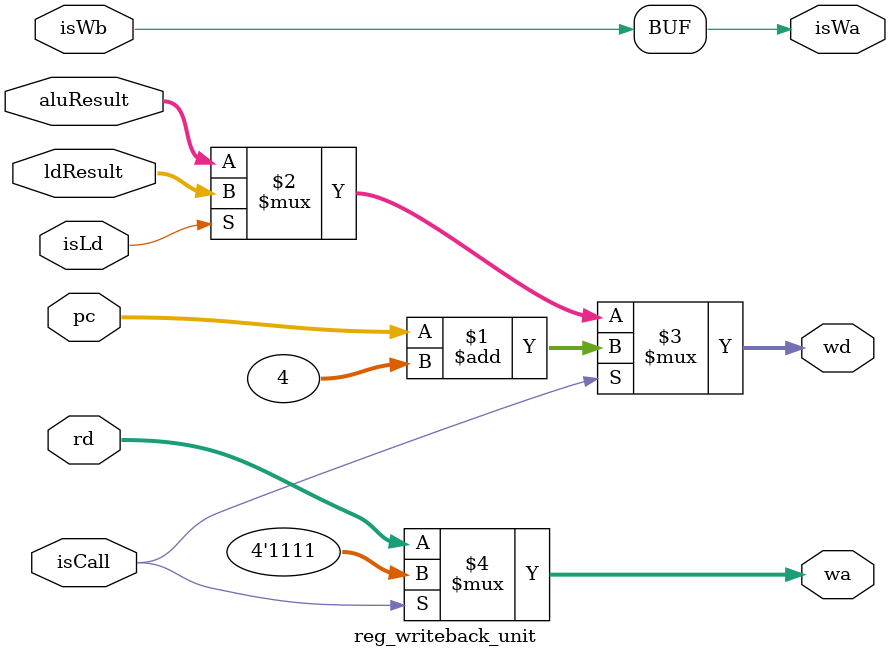
<source format=v>
`timescale 1ns / 1ps
module reg_writeback_unit (
    input  wire        isWb,
    input  wire        isLd,
    input  wire        isCall,
    input  wire [3:0]  rd,
    input  wire [31:0] aluResult,
    input  wire [31:0] ldResult,
    input  wire [31:0] pc,
    output wire        isWa,
    output wire [3:0]  wa,
    output wire [31:0] wd
);

    assign wd   = isCall ? (pc + 32'd4) :
                  isLd   ? ldResult :
                           aluResult;

    assign wa   = isCall ? 4'd15 : rd;
    assign isWa = isWb;

endmodule


</source>
